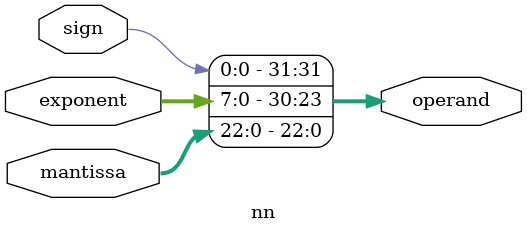
<source format=v>
module nn(sign,mantissa,exponent,operand);
    input sign;
    input [7:0]exponent;
    input [22:0]mantissa;
    output reg[31:0]operand;

    always @(*) begin
      operand[31]=sign;
      operand[30:23]=exponent;
      operand[22:0]=mantissa;
    end

endmodule
</source>
